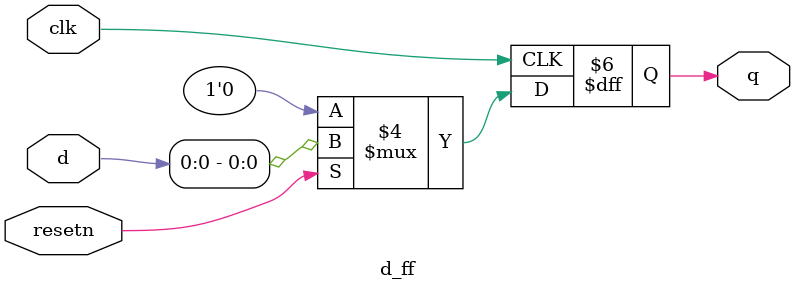
<source format=sv>
module d_ff (clk, resetn, q, d);

	input clk;
	input resetn;
	input reg[2:0] d;
	output q;

	reg q;

	always @ (posedge clk)
		if (! resetn)
			q <= 0;
		else
			q <= d;
        // $display("t=%0t | q=%b", $time, q);

endmodule
</source>
